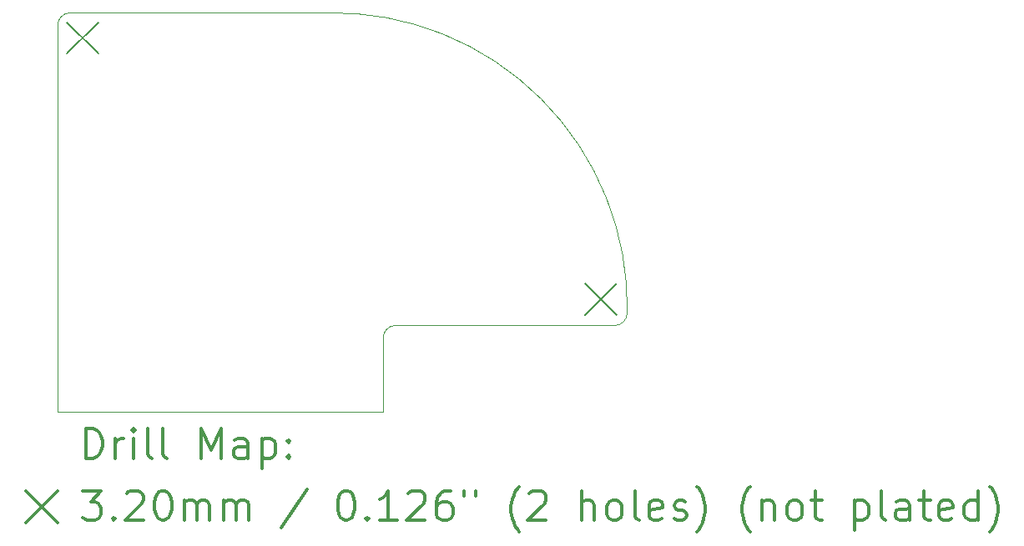
<source format=gbr>
%FSLAX45Y45*%
G04 Gerber Fmt 4.5, Leading zero omitted, Abs format (unit mm)*
G04 Created by KiCad (PCBNEW (5.1.9)-1) date 2021-02-23 11:20:20*
%MOMM*%
%LPD*%
G01*
G04 APERTURE LIST*
%TA.AperFunction,Profile*%
%ADD10C,0.050000*%
%TD*%
%ADD11C,0.200000*%
%ADD12C,0.300000*%
G04 APERTURE END LIST*
D10*
X8242300Y-5245100D02*
G75*
G02*
X8115300Y-5372100I-127000J0D01*
G01*
X5196266Y-2197059D02*
G75*
G02*
X8242300Y-5245100I61534J-2984541D01*
G01*
X2463800Y-2324100D02*
G75*
G02*
X2590800Y-2197100I127000J0D01*
G01*
X5765800Y-5499100D02*
G75*
G02*
X5892800Y-5372100I127000J0D01*
G01*
X8115300Y-5372100D02*
X5892800Y-5372100D01*
X5765800Y-5499100D02*
X5765800Y-6252600D01*
X2463800Y-6252600D02*
X5765800Y-6252600D01*
X2590800Y-2197100D02*
X5196266Y-2197059D01*
X2463800Y-2324100D02*
X2463800Y-6252600D01*
D11*
X2557800Y-2291100D02*
X2877800Y-2611100D01*
X2877800Y-2291100D02*
X2557800Y-2611100D01*
X7815600Y-4945400D02*
X8135600Y-5265400D01*
X8135600Y-4945400D02*
X7815600Y-5265400D01*
D12*
X2747728Y-6720814D02*
X2747728Y-6420814D01*
X2819157Y-6420814D01*
X2862014Y-6435100D01*
X2890586Y-6463671D01*
X2904871Y-6492243D01*
X2919157Y-6549386D01*
X2919157Y-6592243D01*
X2904871Y-6649386D01*
X2890586Y-6677957D01*
X2862014Y-6706529D01*
X2819157Y-6720814D01*
X2747728Y-6720814D01*
X3047728Y-6720814D02*
X3047728Y-6520814D01*
X3047728Y-6577957D02*
X3062014Y-6549386D01*
X3076300Y-6535100D01*
X3104871Y-6520814D01*
X3133443Y-6520814D01*
X3233443Y-6720814D02*
X3233443Y-6520814D01*
X3233443Y-6420814D02*
X3219157Y-6435100D01*
X3233443Y-6449386D01*
X3247728Y-6435100D01*
X3233443Y-6420814D01*
X3233443Y-6449386D01*
X3419157Y-6720814D02*
X3390586Y-6706529D01*
X3376300Y-6677957D01*
X3376300Y-6420814D01*
X3576300Y-6720814D02*
X3547728Y-6706529D01*
X3533443Y-6677957D01*
X3533443Y-6420814D01*
X3919157Y-6720814D02*
X3919157Y-6420814D01*
X4019157Y-6635100D01*
X4119157Y-6420814D01*
X4119157Y-6720814D01*
X4390586Y-6720814D02*
X4390586Y-6563671D01*
X4376300Y-6535100D01*
X4347728Y-6520814D01*
X4290586Y-6520814D01*
X4262014Y-6535100D01*
X4390586Y-6706529D02*
X4362014Y-6720814D01*
X4290586Y-6720814D01*
X4262014Y-6706529D01*
X4247728Y-6677957D01*
X4247728Y-6649386D01*
X4262014Y-6620814D01*
X4290586Y-6606529D01*
X4362014Y-6606529D01*
X4390586Y-6592243D01*
X4533443Y-6520814D02*
X4533443Y-6820814D01*
X4533443Y-6535100D02*
X4562014Y-6520814D01*
X4619157Y-6520814D01*
X4647728Y-6535100D01*
X4662014Y-6549386D01*
X4676300Y-6577957D01*
X4676300Y-6663671D01*
X4662014Y-6692243D01*
X4647728Y-6706529D01*
X4619157Y-6720814D01*
X4562014Y-6720814D01*
X4533443Y-6706529D01*
X4804871Y-6692243D02*
X4819157Y-6706529D01*
X4804871Y-6720814D01*
X4790586Y-6706529D01*
X4804871Y-6692243D01*
X4804871Y-6720814D01*
X4804871Y-6535100D02*
X4819157Y-6549386D01*
X4804871Y-6563671D01*
X4790586Y-6549386D01*
X4804871Y-6535100D01*
X4804871Y-6563671D01*
X2141300Y-7055100D02*
X2461300Y-7375100D01*
X2461300Y-7055100D02*
X2141300Y-7375100D01*
X2719157Y-7050814D02*
X2904871Y-7050814D01*
X2804871Y-7165100D01*
X2847728Y-7165100D01*
X2876300Y-7179386D01*
X2890586Y-7193671D01*
X2904871Y-7222243D01*
X2904871Y-7293671D01*
X2890586Y-7322243D01*
X2876300Y-7336529D01*
X2847728Y-7350814D01*
X2762014Y-7350814D01*
X2733443Y-7336529D01*
X2719157Y-7322243D01*
X3033443Y-7322243D02*
X3047728Y-7336529D01*
X3033443Y-7350814D01*
X3019157Y-7336529D01*
X3033443Y-7322243D01*
X3033443Y-7350814D01*
X3162014Y-7079386D02*
X3176300Y-7065100D01*
X3204871Y-7050814D01*
X3276300Y-7050814D01*
X3304871Y-7065100D01*
X3319157Y-7079386D01*
X3333443Y-7107957D01*
X3333443Y-7136529D01*
X3319157Y-7179386D01*
X3147728Y-7350814D01*
X3333443Y-7350814D01*
X3519157Y-7050814D02*
X3547728Y-7050814D01*
X3576300Y-7065100D01*
X3590586Y-7079386D01*
X3604871Y-7107957D01*
X3619157Y-7165100D01*
X3619157Y-7236529D01*
X3604871Y-7293671D01*
X3590586Y-7322243D01*
X3576300Y-7336529D01*
X3547728Y-7350814D01*
X3519157Y-7350814D01*
X3490586Y-7336529D01*
X3476300Y-7322243D01*
X3462014Y-7293671D01*
X3447728Y-7236529D01*
X3447728Y-7165100D01*
X3462014Y-7107957D01*
X3476300Y-7079386D01*
X3490586Y-7065100D01*
X3519157Y-7050814D01*
X3747728Y-7350814D02*
X3747728Y-7150814D01*
X3747728Y-7179386D02*
X3762014Y-7165100D01*
X3790586Y-7150814D01*
X3833443Y-7150814D01*
X3862014Y-7165100D01*
X3876300Y-7193671D01*
X3876300Y-7350814D01*
X3876300Y-7193671D02*
X3890586Y-7165100D01*
X3919157Y-7150814D01*
X3962014Y-7150814D01*
X3990586Y-7165100D01*
X4004871Y-7193671D01*
X4004871Y-7350814D01*
X4147728Y-7350814D02*
X4147728Y-7150814D01*
X4147728Y-7179386D02*
X4162014Y-7165100D01*
X4190586Y-7150814D01*
X4233443Y-7150814D01*
X4262014Y-7165100D01*
X4276300Y-7193671D01*
X4276300Y-7350814D01*
X4276300Y-7193671D02*
X4290586Y-7165100D01*
X4319157Y-7150814D01*
X4362014Y-7150814D01*
X4390586Y-7165100D01*
X4404871Y-7193671D01*
X4404871Y-7350814D01*
X4990586Y-7036529D02*
X4733443Y-7422243D01*
X5376300Y-7050814D02*
X5404871Y-7050814D01*
X5433443Y-7065100D01*
X5447728Y-7079386D01*
X5462014Y-7107957D01*
X5476300Y-7165100D01*
X5476300Y-7236529D01*
X5462014Y-7293671D01*
X5447728Y-7322243D01*
X5433443Y-7336529D01*
X5404871Y-7350814D01*
X5376300Y-7350814D01*
X5347728Y-7336529D01*
X5333443Y-7322243D01*
X5319157Y-7293671D01*
X5304871Y-7236529D01*
X5304871Y-7165100D01*
X5319157Y-7107957D01*
X5333443Y-7079386D01*
X5347728Y-7065100D01*
X5376300Y-7050814D01*
X5604871Y-7322243D02*
X5619157Y-7336529D01*
X5604871Y-7350814D01*
X5590586Y-7336529D01*
X5604871Y-7322243D01*
X5604871Y-7350814D01*
X5904871Y-7350814D02*
X5733443Y-7350814D01*
X5819157Y-7350814D02*
X5819157Y-7050814D01*
X5790586Y-7093671D01*
X5762014Y-7122243D01*
X5733443Y-7136529D01*
X6019157Y-7079386D02*
X6033443Y-7065100D01*
X6062014Y-7050814D01*
X6133443Y-7050814D01*
X6162014Y-7065100D01*
X6176300Y-7079386D01*
X6190586Y-7107957D01*
X6190586Y-7136529D01*
X6176300Y-7179386D01*
X6004871Y-7350814D01*
X6190586Y-7350814D01*
X6447728Y-7050814D02*
X6390586Y-7050814D01*
X6362014Y-7065100D01*
X6347728Y-7079386D01*
X6319157Y-7122243D01*
X6304871Y-7179386D01*
X6304871Y-7293671D01*
X6319157Y-7322243D01*
X6333443Y-7336529D01*
X6362014Y-7350814D01*
X6419157Y-7350814D01*
X6447728Y-7336529D01*
X6462014Y-7322243D01*
X6476300Y-7293671D01*
X6476300Y-7222243D01*
X6462014Y-7193671D01*
X6447728Y-7179386D01*
X6419157Y-7165100D01*
X6362014Y-7165100D01*
X6333443Y-7179386D01*
X6319157Y-7193671D01*
X6304871Y-7222243D01*
X6590586Y-7050814D02*
X6590586Y-7107957D01*
X6704871Y-7050814D02*
X6704871Y-7107957D01*
X7147728Y-7465100D02*
X7133443Y-7450814D01*
X7104871Y-7407957D01*
X7090586Y-7379386D01*
X7076300Y-7336529D01*
X7062014Y-7265100D01*
X7062014Y-7207957D01*
X7076300Y-7136529D01*
X7090586Y-7093671D01*
X7104871Y-7065100D01*
X7133443Y-7022243D01*
X7147728Y-7007957D01*
X7247728Y-7079386D02*
X7262014Y-7065100D01*
X7290586Y-7050814D01*
X7362014Y-7050814D01*
X7390586Y-7065100D01*
X7404871Y-7079386D01*
X7419157Y-7107957D01*
X7419157Y-7136529D01*
X7404871Y-7179386D01*
X7233443Y-7350814D01*
X7419157Y-7350814D01*
X7776300Y-7350814D02*
X7776300Y-7050814D01*
X7904871Y-7350814D02*
X7904871Y-7193671D01*
X7890586Y-7165100D01*
X7862014Y-7150814D01*
X7819157Y-7150814D01*
X7790586Y-7165100D01*
X7776300Y-7179386D01*
X8090586Y-7350814D02*
X8062014Y-7336529D01*
X8047728Y-7322243D01*
X8033443Y-7293671D01*
X8033443Y-7207957D01*
X8047728Y-7179386D01*
X8062014Y-7165100D01*
X8090586Y-7150814D01*
X8133443Y-7150814D01*
X8162014Y-7165100D01*
X8176300Y-7179386D01*
X8190586Y-7207957D01*
X8190586Y-7293671D01*
X8176300Y-7322243D01*
X8162014Y-7336529D01*
X8133443Y-7350814D01*
X8090586Y-7350814D01*
X8362014Y-7350814D02*
X8333443Y-7336529D01*
X8319157Y-7307957D01*
X8319157Y-7050814D01*
X8590586Y-7336529D02*
X8562014Y-7350814D01*
X8504871Y-7350814D01*
X8476300Y-7336529D01*
X8462014Y-7307957D01*
X8462014Y-7193671D01*
X8476300Y-7165100D01*
X8504871Y-7150814D01*
X8562014Y-7150814D01*
X8590586Y-7165100D01*
X8604871Y-7193671D01*
X8604871Y-7222243D01*
X8462014Y-7250814D01*
X8719157Y-7336529D02*
X8747728Y-7350814D01*
X8804871Y-7350814D01*
X8833443Y-7336529D01*
X8847728Y-7307957D01*
X8847728Y-7293671D01*
X8833443Y-7265100D01*
X8804871Y-7250814D01*
X8762014Y-7250814D01*
X8733443Y-7236529D01*
X8719157Y-7207957D01*
X8719157Y-7193671D01*
X8733443Y-7165100D01*
X8762014Y-7150814D01*
X8804871Y-7150814D01*
X8833443Y-7165100D01*
X8947728Y-7465100D02*
X8962014Y-7450814D01*
X8990586Y-7407957D01*
X9004871Y-7379386D01*
X9019157Y-7336529D01*
X9033443Y-7265100D01*
X9033443Y-7207957D01*
X9019157Y-7136529D01*
X9004871Y-7093671D01*
X8990586Y-7065100D01*
X8962014Y-7022243D01*
X8947728Y-7007957D01*
X9490586Y-7465100D02*
X9476300Y-7450814D01*
X9447728Y-7407957D01*
X9433443Y-7379386D01*
X9419157Y-7336529D01*
X9404871Y-7265100D01*
X9404871Y-7207957D01*
X9419157Y-7136529D01*
X9433443Y-7093671D01*
X9447728Y-7065100D01*
X9476300Y-7022243D01*
X9490586Y-7007957D01*
X9604871Y-7150814D02*
X9604871Y-7350814D01*
X9604871Y-7179386D02*
X9619157Y-7165100D01*
X9647728Y-7150814D01*
X9690586Y-7150814D01*
X9719157Y-7165100D01*
X9733443Y-7193671D01*
X9733443Y-7350814D01*
X9919157Y-7350814D02*
X9890586Y-7336529D01*
X9876300Y-7322243D01*
X9862014Y-7293671D01*
X9862014Y-7207957D01*
X9876300Y-7179386D01*
X9890586Y-7165100D01*
X9919157Y-7150814D01*
X9962014Y-7150814D01*
X9990586Y-7165100D01*
X10004871Y-7179386D01*
X10019157Y-7207957D01*
X10019157Y-7293671D01*
X10004871Y-7322243D01*
X9990586Y-7336529D01*
X9962014Y-7350814D01*
X9919157Y-7350814D01*
X10104871Y-7150814D02*
X10219157Y-7150814D01*
X10147728Y-7050814D02*
X10147728Y-7307957D01*
X10162014Y-7336529D01*
X10190586Y-7350814D01*
X10219157Y-7350814D01*
X10547728Y-7150814D02*
X10547728Y-7450814D01*
X10547728Y-7165100D02*
X10576300Y-7150814D01*
X10633443Y-7150814D01*
X10662014Y-7165100D01*
X10676300Y-7179386D01*
X10690586Y-7207957D01*
X10690586Y-7293671D01*
X10676300Y-7322243D01*
X10662014Y-7336529D01*
X10633443Y-7350814D01*
X10576300Y-7350814D01*
X10547728Y-7336529D01*
X10862014Y-7350814D02*
X10833443Y-7336529D01*
X10819157Y-7307957D01*
X10819157Y-7050814D01*
X11104871Y-7350814D02*
X11104871Y-7193671D01*
X11090586Y-7165100D01*
X11062014Y-7150814D01*
X11004871Y-7150814D01*
X10976300Y-7165100D01*
X11104871Y-7336529D02*
X11076300Y-7350814D01*
X11004871Y-7350814D01*
X10976300Y-7336529D01*
X10962014Y-7307957D01*
X10962014Y-7279386D01*
X10976300Y-7250814D01*
X11004871Y-7236529D01*
X11076300Y-7236529D01*
X11104871Y-7222243D01*
X11204871Y-7150814D02*
X11319157Y-7150814D01*
X11247728Y-7050814D02*
X11247728Y-7307957D01*
X11262014Y-7336529D01*
X11290586Y-7350814D01*
X11319157Y-7350814D01*
X11533443Y-7336529D02*
X11504871Y-7350814D01*
X11447728Y-7350814D01*
X11419157Y-7336529D01*
X11404871Y-7307957D01*
X11404871Y-7193671D01*
X11419157Y-7165100D01*
X11447728Y-7150814D01*
X11504871Y-7150814D01*
X11533443Y-7165100D01*
X11547728Y-7193671D01*
X11547728Y-7222243D01*
X11404871Y-7250814D01*
X11804871Y-7350814D02*
X11804871Y-7050814D01*
X11804871Y-7336529D02*
X11776300Y-7350814D01*
X11719157Y-7350814D01*
X11690586Y-7336529D01*
X11676300Y-7322243D01*
X11662014Y-7293671D01*
X11662014Y-7207957D01*
X11676300Y-7179386D01*
X11690586Y-7165100D01*
X11719157Y-7150814D01*
X11776300Y-7150814D01*
X11804871Y-7165100D01*
X11919157Y-7465100D02*
X11933443Y-7450814D01*
X11962014Y-7407957D01*
X11976300Y-7379386D01*
X11990586Y-7336529D01*
X12004871Y-7265100D01*
X12004871Y-7207957D01*
X11990586Y-7136529D01*
X11976300Y-7093671D01*
X11962014Y-7065100D01*
X11933443Y-7022243D01*
X11919157Y-7007957D01*
M02*

</source>
